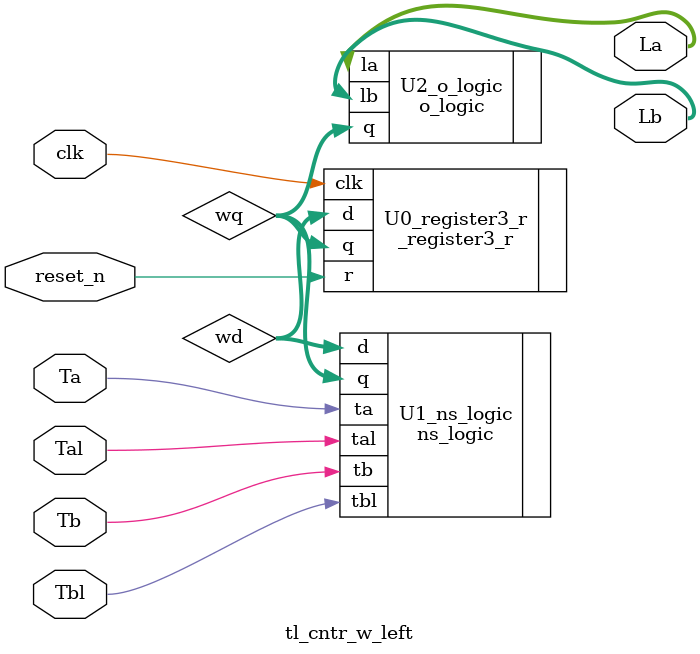
<source format=v>
module tl_cntr_w_left(clk, reset_n, Ta, Tal, Tb, Tbl, La, Lb); // top module
	input clk, reset_n, Ta, Tal, Tb, Tbl; // sensor
	output [1:0] La, Lb; // light
	wire [2:0] wd,wq;
	
	_register3_r U0_register3_r(.clk(clk),.r(reset_n),.d(wd),.q(wq));
	ns_logic U1_ns_logic(.q(wq),.ta(Ta),.tal(Tal),.tb(Tb),.tbl(Tbl),.d(wd));
	o_logic U2_o_logic(.la(La),.lb(Lb),.q(wq));
	
endmodule
</source>
